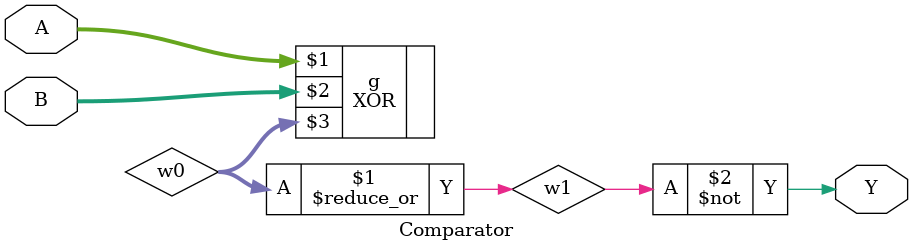
<source format=v>
`timescale 1ns / 1ps


module Comparator(input [3:0] A,B, output Y);

wire [3:0] w0;
wire w1;
XOR g(A,B,w0);

assign w1 = |w0;
assign Y = ~w1;

endmodule



</source>
